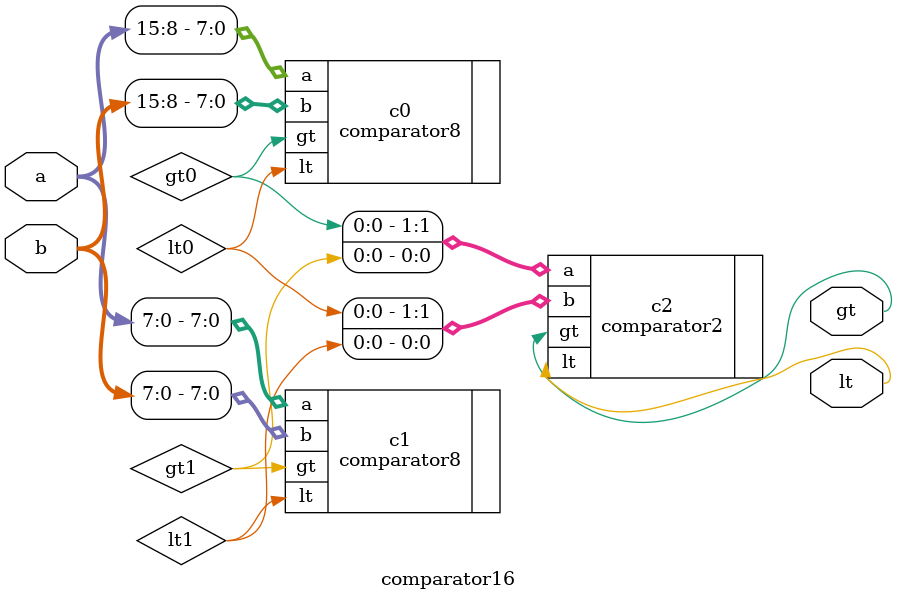
<source format=v>


module comparator16(a, b, gt, lt);
		parameter msb = 15;
		input[msb:0] a, b;
		output gt, lt;
		
		wire gt0, lt0, gt1, lt1;
		
		comparator8 c0(.a(a[msb:msb/2+1]), .b(b[msb:msb/2+1]), .gt(gt0), .lt(lt0));
		comparator8 c1(.a(a[msb/2:0]), .b(b[msb/2:0]), .gt(gt1), .lt(lt1));
		comparator2 c2(.a({gt0, gt1}), .b({lt0, lt1}), .gt(gt), .lt(lt));
		
endmodule



</source>
